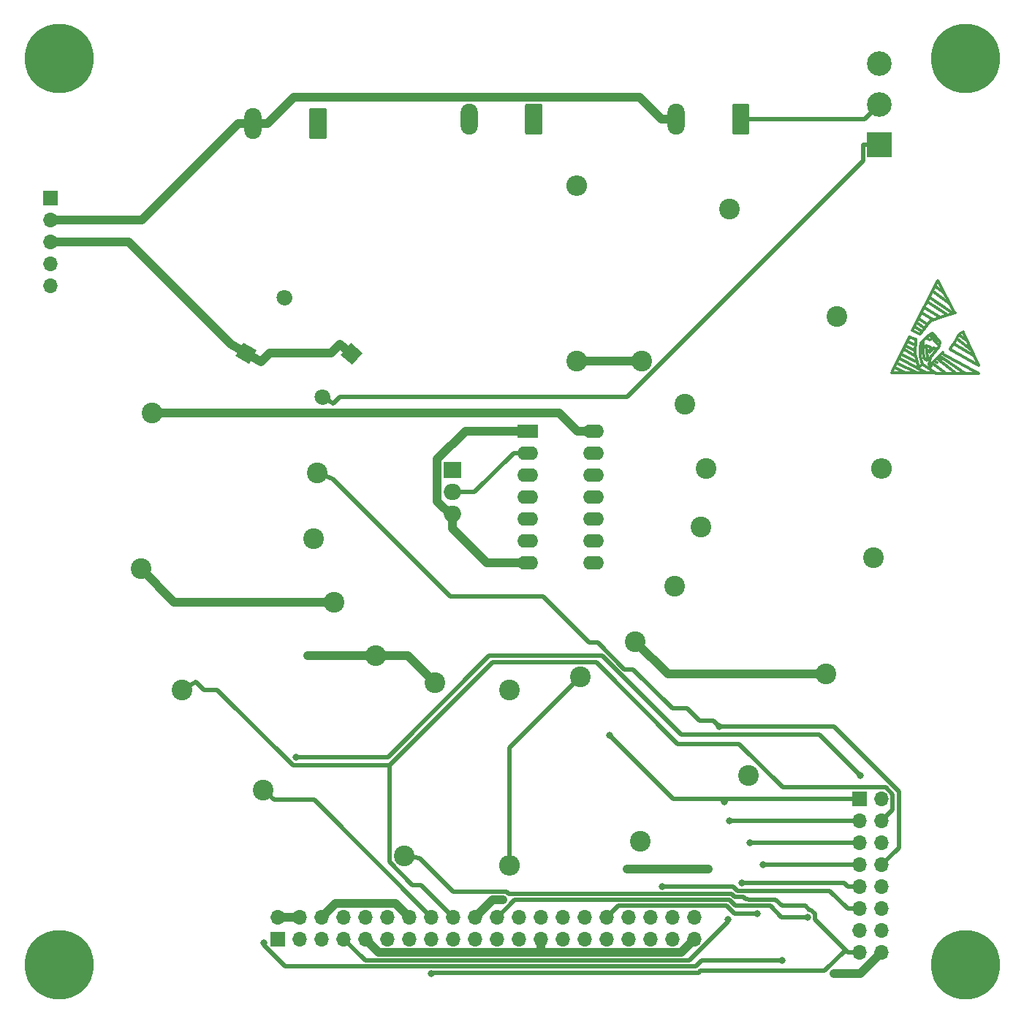
<source format=gbr>
G04 #@! TF.GenerationSoftware,KiCad,Pcbnew,(5.1.4)-1*
G04 #@! TF.CreationDate,2021-03-17T02:00:29-04:00*
G04 #@! TF.ProjectId,RB_switch_pcb,52425f73-7769-4746-9368-5f7063622e6b,rev?*
G04 #@! TF.SameCoordinates,Original*
G04 #@! TF.FileFunction,Copper,L1,Top*
G04 #@! TF.FilePolarity,Positive*
%FSLAX46Y46*%
G04 Gerber Fmt 4.6, Leading zero omitted, Abs format (unit mm)*
G04 Created by KiCad (PCBNEW (5.1.4)-1) date 2021-03-17 02:00:29*
%MOMM*%
%LPD*%
G04 APERTURE LIST*
%ADD10C,0.304800*%
%ADD11C,8.000000*%
%ADD12O,2.000000X3.600000*%
%ADD13C,0.100000*%
%ADD14C,2.000000*%
%ADD15O,1.700000X1.700000*%
%ADD16R,1.700000X1.700000*%
%ADD17O,2.400000X1.600000*%
%ADD18R,2.400000X1.600000*%
%ADD19C,1.800000*%
%ADD20C,1.800000*%
%ADD21R,2.000000X1.905000*%
%ADD22O,2.000000X1.905000*%
%ADD23O,2.400000X2.400000*%
%ADD24C,2.400000*%
%ADD25C,2.400000*%
%ADD26R,2.850000X2.850000*%
%ADD27C,2.850000*%
%ADD28C,0.800000*%
%ADD29C,0.500000*%
%ADD30C,1.000000*%
G04 APERTURE END LIST*
D10*
X169402760Y-81800700D02*
X169732960Y-81668620D01*
X169123360Y-82229960D02*
X169402760Y-81800700D01*
X168793160Y-82768440D02*
X169123360Y-82229960D01*
X168282620Y-83599020D02*
X168793160Y-82768440D01*
X166814500Y-84569300D02*
X167424100Y-84038440D01*
X166303960Y-85079840D02*
X166814500Y-84569300D01*
X165994080Y-85740240D02*
X166303960Y-85079840D01*
X165762940Y-85430360D02*
X165994080Y-85740240D01*
X165922960Y-84650580D02*
X165762940Y-85430360D01*
X166933880Y-83380580D02*
X165922960Y-84650580D01*
X167083740Y-82870040D02*
X166933880Y-83380580D01*
X166222680Y-81780380D02*
X167083740Y-82870040D01*
X165994080Y-81930240D02*
X166222680Y-81780380D01*
X165153340Y-82560160D02*
X165994080Y-81930240D01*
X164904420Y-82890360D02*
X165153340Y-82560160D01*
X164853620Y-82938620D02*
X164904420Y-82890360D01*
X164774880Y-83479640D02*
X164853620Y-82938620D01*
X164774880Y-84538820D02*
X164774880Y-83479640D01*
X165003480Y-85410040D02*
X164774880Y-84538820D01*
X164632640Y-85829140D02*
X165003480Y-85410040D01*
X164134800Y-84160360D02*
X164632640Y-85829140D01*
X164244020Y-82478880D02*
X164134800Y-84160360D01*
X165973760Y-80408780D02*
X164744400Y-81920080D01*
X167873680Y-79740760D02*
X165973760Y-80408780D01*
X168823640Y-79458820D02*
X167873680Y-79740760D01*
X166933880Y-84518500D02*
X167192960Y-84869020D01*
X166702740Y-85229700D02*
X166733220Y-85229700D01*
X166403020Y-85049360D02*
X166702740Y-85229700D01*
X168234360Y-83710780D02*
X168302940Y-83680300D01*
X171584620Y-85529420D02*
X168234360Y-83710780D01*
X169783760Y-81749900D02*
X171584620Y-85529420D01*
X164724080Y-81899760D02*
X164754560Y-81899760D01*
X163863020Y-81470500D02*
X164724080Y-81899760D01*
X166834820Y-75679300D02*
X163863020Y-81470500D01*
X168714420Y-79410560D02*
X166834820Y-75679300D01*
X171533820Y-86448900D02*
X167492680Y-84239100D01*
X161472880Y-86370160D02*
X171533820Y-86448900D01*
X163532820Y-82209640D02*
X161472880Y-86370160D01*
X164162740Y-82489040D02*
X163532820Y-82209640D01*
X166324280Y-83499960D02*
X166552880Y-83629500D01*
X165895020Y-84038440D02*
X166324280Y-83499960D01*
X165922960Y-83428840D02*
X165895020Y-84038440D01*
X165483540Y-83220560D02*
X165922960Y-83428840D01*
X165613080Y-84620100D02*
X165483540Y-83220560D01*
X165514020Y-84929980D02*
X165613080Y-84620100D01*
X165234620Y-84698840D02*
X165514020Y-84929980D01*
X165105080Y-83860640D02*
X165234620Y-84698840D01*
X165105080Y-82918300D02*
X165105080Y-83860640D01*
X166684960Y-82969100D02*
X166862760Y-83200240D01*
X166204900Y-82440780D02*
X166684960Y-82969100D01*
X165844220Y-82560160D02*
X166204900Y-82440780D01*
X165514020Y-82410300D02*
X165844220Y-82560160D01*
X166535100Y-76390500D02*
X167573960Y-77129640D01*
X166273480Y-77000100D02*
X168203880Y-78399640D01*
X165874700Y-77660500D02*
X168483280Y-79410560D01*
X165613080Y-78188820D02*
X167822880Y-79639160D01*
X165265100Y-78828900D02*
X167083740Y-79969360D01*
X166174420Y-80248760D02*
X166204900Y-80248760D01*
X164904420Y-79458820D02*
X166174420Y-80248760D01*
X164574220Y-80098900D02*
X165592760Y-80789780D01*
X165313360Y-81239360D02*
X165313360Y-81219040D01*
X164393880Y-80609440D02*
X165313360Y-81239360D01*
X164114480Y-81089500D02*
X164934900Y-81569560D01*
X169324020Y-82029300D02*
X170164760Y-82659220D01*
X169075100Y-82489040D02*
X170723560Y-83779360D01*
X168744900Y-83098640D02*
X171002960Y-84439760D01*
X163253420Y-82720180D02*
X163995100Y-83118960D01*
X163073080Y-83220560D02*
X164144960Y-83809840D01*
X162874960Y-83710780D02*
X164162740Y-84439760D01*
X164213540Y-85049360D02*
X164244020Y-85049360D01*
X162593020Y-84259420D02*
X164213540Y-85049360D01*
X162283140Y-84719160D02*
X165483540Y-86370160D01*
X162064700Y-85280500D02*
X164444680Y-86418420D01*
X161853880Y-85808820D02*
X162974020Y-86400640D01*
X165084760Y-85430360D02*
X166603680Y-86448900D01*
X167645080Y-86370160D02*
X167673020Y-86370160D01*
X166273480Y-85359240D02*
X167645080Y-86370160D01*
X166862760Y-84899500D02*
X168793160Y-86349840D01*
X169882820Y-86370160D02*
X169903140Y-86370160D01*
X167144700Y-84518500D02*
X169882820Y-86370160D01*
X165973760Y-82128360D02*
X166684960Y-82638900D01*
D11*
X65000000Y-155000000D03*
X170000000Y-155000000D03*
X170000000Y-50000000D03*
X65000000Y-50000000D03*
D12*
X87500000Y-57500000D03*
D13*
G36*
X95774504Y-55701204D02*
G01*
X95798773Y-55704804D01*
X95822571Y-55710765D01*
X95845671Y-55719030D01*
X95867849Y-55729520D01*
X95888893Y-55742133D01*
X95908598Y-55756747D01*
X95926777Y-55773223D01*
X95943253Y-55791402D01*
X95957867Y-55811107D01*
X95970480Y-55832151D01*
X95980970Y-55854329D01*
X95989235Y-55877429D01*
X95995196Y-55901227D01*
X95998796Y-55925496D01*
X96000000Y-55950000D01*
X96000000Y-59050000D01*
X95998796Y-59074504D01*
X95995196Y-59098773D01*
X95989235Y-59122571D01*
X95980970Y-59145671D01*
X95970480Y-59167849D01*
X95957867Y-59188893D01*
X95943253Y-59208598D01*
X95926777Y-59226777D01*
X95908598Y-59243253D01*
X95888893Y-59257867D01*
X95867849Y-59270480D01*
X95845671Y-59280970D01*
X95822571Y-59289235D01*
X95798773Y-59295196D01*
X95774504Y-59298796D01*
X95750000Y-59300000D01*
X94250000Y-59300000D01*
X94225496Y-59298796D01*
X94201227Y-59295196D01*
X94177429Y-59289235D01*
X94154329Y-59280970D01*
X94132151Y-59270480D01*
X94111107Y-59257867D01*
X94091402Y-59243253D01*
X94073223Y-59226777D01*
X94056747Y-59208598D01*
X94042133Y-59188893D01*
X94029520Y-59167849D01*
X94019030Y-59145671D01*
X94010765Y-59122571D01*
X94004804Y-59098773D01*
X94001204Y-59074504D01*
X94000000Y-59050000D01*
X94000000Y-55950000D01*
X94001204Y-55925496D01*
X94004804Y-55901227D01*
X94010765Y-55877429D01*
X94019030Y-55854329D01*
X94029520Y-55832151D01*
X94042133Y-55811107D01*
X94056747Y-55791402D01*
X94073223Y-55773223D01*
X94091402Y-55756747D01*
X94111107Y-55742133D01*
X94132151Y-55729520D01*
X94154329Y-55719030D01*
X94177429Y-55710765D01*
X94201227Y-55704804D01*
X94225496Y-55701204D01*
X94250000Y-55700000D01*
X95750000Y-55700000D01*
X95774504Y-55701204D01*
X95774504Y-55701204D01*
G37*
D14*
X95000000Y-57500000D03*
D15*
X160261000Y-153568000D03*
X157721000Y-153568000D03*
X160261000Y-151028000D03*
X157721000Y-151028000D03*
X160261000Y-148488000D03*
X157721000Y-148488000D03*
X160261000Y-145948000D03*
X157721000Y-145948000D03*
X160261000Y-143408000D03*
X157721000Y-143408000D03*
X160261000Y-140868000D03*
X157721000Y-140868000D03*
X160261000Y-138328000D03*
X157721000Y-138328000D03*
X160261000Y-135788000D03*
D16*
X157721000Y-135788000D03*
D17*
X126949000Y-93129100D03*
X119329000Y-108369100D03*
X126949000Y-95669100D03*
X119329000Y-105829100D03*
X126949000Y-98209100D03*
X119329000Y-103289100D03*
X126949000Y-100749100D03*
X119329000Y-100749100D03*
X126949000Y-103289100D03*
X119329000Y-98209100D03*
X126949000Y-105829100D03*
X119329000Y-95669100D03*
X126949000Y-108369100D03*
D18*
X119329000Y-93129100D03*
D19*
X91124588Y-77682978D03*
D20*
X91124588Y-77682978D02*
X91124588Y-77682978D01*
D19*
X98907600Y-84213700D03*
D13*
G36*
X100175549Y-84102769D02*
G01*
X99018531Y-85481649D01*
X97639651Y-84324631D01*
X98796669Y-82945751D01*
X100175549Y-84102769D01*
X100175549Y-84102769D01*
G37*
D19*
X86677500Y-84112100D03*
D13*
G36*
X85448077Y-84441523D02*
G01*
X86348077Y-82882677D01*
X87906923Y-83782677D01*
X87006923Y-85341523D01*
X85448077Y-84441523D01*
X85448077Y-84441523D01*
G37*
D19*
X95476318Y-89192100D03*
D20*
X95476318Y-89192100D02*
X95476318Y-89192100D01*
D16*
X90360500Y-151968000D03*
D15*
X90360500Y-149428000D03*
X92900500Y-151968000D03*
X92900500Y-149428000D03*
X95440500Y-151968000D03*
X95440500Y-149428000D03*
X97980500Y-151968000D03*
X97980500Y-149428000D03*
X100520500Y-151968000D03*
X100520500Y-149428000D03*
X103060500Y-151968000D03*
X103060500Y-149428000D03*
X105600500Y-151968000D03*
X105600500Y-149428000D03*
X108140500Y-151968000D03*
X108140500Y-149428000D03*
X110680500Y-151968000D03*
X110680500Y-149428000D03*
X113220500Y-151968000D03*
X113220500Y-149428000D03*
X115760500Y-151968000D03*
X115760500Y-149428000D03*
X118300500Y-151968000D03*
X118300500Y-149428000D03*
X120840500Y-151968000D03*
X120840500Y-149428000D03*
X123380500Y-151968000D03*
X123380500Y-149428000D03*
X125920500Y-151968000D03*
X125920500Y-149428000D03*
X128460500Y-151968000D03*
X128460500Y-149428000D03*
X131000500Y-151968000D03*
X131000500Y-149428000D03*
X133540500Y-151968000D03*
X133540500Y-149428000D03*
X136080500Y-151968000D03*
X136080500Y-149428000D03*
X138620500Y-151968000D03*
X138620500Y-149428000D03*
D12*
X112500000Y-57000000D03*
D13*
G36*
X120774504Y-55201204D02*
G01*
X120798773Y-55204804D01*
X120822571Y-55210765D01*
X120845671Y-55219030D01*
X120867849Y-55229520D01*
X120888893Y-55242133D01*
X120908598Y-55256747D01*
X120926777Y-55273223D01*
X120943253Y-55291402D01*
X120957867Y-55311107D01*
X120970480Y-55332151D01*
X120980970Y-55354329D01*
X120989235Y-55377429D01*
X120995196Y-55401227D01*
X120998796Y-55425496D01*
X121000000Y-55450000D01*
X121000000Y-58550000D01*
X120998796Y-58574504D01*
X120995196Y-58598773D01*
X120989235Y-58622571D01*
X120980970Y-58645671D01*
X120970480Y-58667849D01*
X120957867Y-58688893D01*
X120943253Y-58708598D01*
X120926777Y-58726777D01*
X120908598Y-58743253D01*
X120888893Y-58757867D01*
X120867849Y-58770480D01*
X120845671Y-58780970D01*
X120822571Y-58789235D01*
X120798773Y-58795196D01*
X120774504Y-58798796D01*
X120750000Y-58800000D01*
X119250000Y-58800000D01*
X119225496Y-58798796D01*
X119201227Y-58795196D01*
X119177429Y-58789235D01*
X119154329Y-58780970D01*
X119132151Y-58770480D01*
X119111107Y-58757867D01*
X119091402Y-58743253D01*
X119073223Y-58726777D01*
X119056747Y-58708598D01*
X119042133Y-58688893D01*
X119029520Y-58667849D01*
X119019030Y-58645671D01*
X119010765Y-58622571D01*
X119004804Y-58598773D01*
X119001204Y-58574504D01*
X119000000Y-58550000D01*
X119000000Y-55450000D01*
X119001204Y-55425496D01*
X119004804Y-55401227D01*
X119010765Y-55377429D01*
X119019030Y-55354329D01*
X119029520Y-55332151D01*
X119042133Y-55311107D01*
X119056747Y-55291402D01*
X119073223Y-55273223D01*
X119091402Y-55256747D01*
X119111107Y-55242133D01*
X119132151Y-55229520D01*
X119154329Y-55219030D01*
X119177429Y-55210765D01*
X119201227Y-55204804D01*
X119225496Y-55201204D01*
X119250000Y-55200000D01*
X120750000Y-55200000D01*
X120774504Y-55201204D01*
X120774504Y-55201204D01*
G37*
D14*
X120000000Y-57000000D03*
D13*
G36*
X144774504Y-55201204D02*
G01*
X144798773Y-55204804D01*
X144822571Y-55210765D01*
X144845671Y-55219030D01*
X144867849Y-55229520D01*
X144888893Y-55242133D01*
X144908598Y-55256747D01*
X144926777Y-55273223D01*
X144943253Y-55291402D01*
X144957867Y-55311107D01*
X144970480Y-55332151D01*
X144980970Y-55354329D01*
X144989235Y-55377429D01*
X144995196Y-55401227D01*
X144998796Y-55425496D01*
X145000000Y-55450000D01*
X145000000Y-58550000D01*
X144998796Y-58574504D01*
X144995196Y-58598773D01*
X144989235Y-58622571D01*
X144980970Y-58645671D01*
X144970480Y-58667849D01*
X144957867Y-58688893D01*
X144943253Y-58708598D01*
X144926777Y-58726777D01*
X144908598Y-58743253D01*
X144888893Y-58757867D01*
X144867849Y-58770480D01*
X144845671Y-58780970D01*
X144822571Y-58789235D01*
X144798773Y-58795196D01*
X144774504Y-58798796D01*
X144750000Y-58800000D01*
X143250000Y-58800000D01*
X143225496Y-58798796D01*
X143201227Y-58795196D01*
X143177429Y-58789235D01*
X143154329Y-58780970D01*
X143132151Y-58770480D01*
X143111107Y-58757867D01*
X143091402Y-58743253D01*
X143073223Y-58726777D01*
X143056747Y-58708598D01*
X143042133Y-58688893D01*
X143029520Y-58667849D01*
X143019030Y-58645671D01*
X143010765Y-58622571D01*
X143004804Y-58598773D01*
X143001204Y-58574504D01*
X143000000Y-58550000D01*
X143000000Y-55450000D01*
X143001204Y-55425496D01*
X143004804Y-55401227D01*
X143010765Y-55377429D01*
X143019030Y-55354329D01*
X143029520Y-55332151D01*
X143042133Y-55311107D01*
X143056747Y-55291402D01*
X143073223Y-55273223D01*
X143091402Y-55256747D01*
X143111107Y-55242133D01*
X143132151Y-55229520D01*
X143154329Y-55219030D01*
X143177429Y-55210765D01*
X143201227Y-55204804D01*
X143225496Y-55201204D01*
X143250000Y-55200000D01*
X144750000Y-55200000D01*
X144774504Y-55201204D01*
X144774504Y-55201204D01*
G37*
D14*
X144000000Y-57000000D03*
D12*
X136500000Y-57000000D03*
D21*
X110566000Y-97650300D03*
D22*
X110566000Y-100190300D03*
X110566000Y-102730300D03*
D23*
X125000000Y-64680000D03*
D24*
X125000000Y-85000000D03*
X132500000Y-85000000D03*
X142660000Y-67402364D03*
D25*
X142660000Y-67402364D02*
X142660000Y-67402364D01*
D24*
X155097636Y-79840000D03*
D25*
X155097636Y-79840000D02*
X155097636Y-79840000D01*
D24*
X137500000Y-90000000D03*
X140000000Y-97500000D03*
D23*
X160320000Y-97500000D03*
D24*
X159393294Y-107808531D03*
D25*
X159393294Y-107808531D02*
X159393294Y-107808531D01*
D24*
X139382000Y-104280000D03*
X153886000Y-121285000D03*
X136288364Y-111125000D03*
D25*
X136288364Y-111125000D02*
X136288364Y-111125000D01*
D24*
X144836444Y-133079023D03*
D25*
X144836444Y-133079023D02*
X144836444Y-133079023D01*
D24*
X131775000Y-117513000D03*
X125425000Y-121602000D03*
X132374849Y-140696554D03*
D25*
X132374849Y-140696554D02*
X132374849Y-140696554D01*
D23*
X117183000Y-143434000D03*
D24*
X117183000Y-123114000D03*
X108534000Y-122301000D03*
X105005469Y-142312294D03*
D25*
X105005469Y-142312294D02*
X105005469Y-142312294D01*
D24*
X88640556Y-134756023D03*
D25*
X88640556Y-134756023D02*
X88640556Y-134756023D01*
D24*
X101702000Y-119190000D03*
X96875600Y-112954000D03*
X79277964Y-123114000D03*
D25*
X79277964Y-123114000D02*
X79277964Y-123114000D01*
D24*
X74485500Y-109118000D03*
X94496794Y-105589469D03*
D25*
X94496794Y-105589469D02*
X94496794Y-105589469D01*
D24*
X94900854Y-97983449D03*
D25*
X94900854Y-97983449D02*
X94900854Y-97983449D01*
D24*
X75806300Y-91033600D03*
D26*
X160000000Y-60000000D03*
D27*
X160000000Y-55300000D03*
X160000000Y-50600000D03*
D16*
X64020700Y-66192400D03*
D15*
X64020700Y-68732400D03*
X64020700Y-71272400D03*
X64020700Y-73812400D03*
X64020700Y-76352400D03*
D28*
X93824700Y-119190000D03*
X145000400Y-140868000D03*
X145850700Y-149009500D03*
X146544300Y-143408000D03*
X154772600Y-155997600D03*
X115287300Y-54470200D03*
X116454600Y-147449300D03*
X140176300Y-143878900D03*
X130800100Y-143878900D03*
X144102000Y-145526600D03*
X151715100Y-149430000D03*
X141507100Y-127391800D03*
X92499200Y-130897400D03*
X157828000Y-133025100D03*
X108140500Y-156019300D03*
X142481900Y-149699500D03*
X142083600Y-136069100D03*
X128750100Y-128352100D03*
X142660000Y-138328000D03*
X134847600Y-145876600D03*
X88704600Y-152429300D03*
X148752300Y-154468600D03*
D29*
X119329000Y-95669100D02*
X117678700Y-95669100D01*
X117678700Y-95669100D02*
X113157500Y-100190300D01*
X113157500Y-100190300D02*
X110566000Y-100190300D01*
D30*
X86677500Y-84112100D02*
X88434700Y-85126600D01*
X98907600Y-84213700D02*
X97574500Y-83095000D01*
X97574500Y-83095000D02*
X96557400Y-84112100D01*
X96557400Y-84112100D02*
X89449200Y-84112100D01*
X89449200Y-84112100D02*
X88434700Y-85126600D01*
X86677500Y-84112100D02*
X84920300Y-83097600D01*
X84920300Y-83097600D02*
X73095100Y-71272400D01*
X73095100Y-71272400D02*
X64020700Y-71272400D01*
D29*
X160000000Y-60000000D02*
X158124700Y-60000000D01*
X95476300Y-89192100D02*
X96775500Y-89942200D01*
X96775500Y-89942200D02*
X97525600Y-89192100D01*
X97525600Y-89192100D02*
X130807900Y-89192100D01*
X130807900Y-89192100D02*
X158124700Y-61875300D01*
X158124700Y-61875300D02*
X158124700Y-60000000D01*
D30*
X126949000Y-93129100D02*
X125048700Y-93129100D01*
X75806300Y-91033600D02*
X122953200Y-91033600D01*
X122953200Y-91033600D02*
X125048700Y-93129100D01*
X101702000Y-119190000D02*
X93824700Y-119190000D01*
X108534000Y-122301000D02*
X105423000Y-119190000D01*
X105423000Y-119190000D02*
X101702000Y-119190000D01*
X90360500Y-149428000D02*
X92900500Y-149428000D01*
X96875600Y-112954000D02*
X78321500Y-112954000D01*
X78321500Y-112954000D02*
X74485500Y-109118000D01*
X125000000Y-85000000D02*
X132500000Y-85000000D01*
X131775000Y-117513000D02*
X135547000Y-121285000D01*
X135547000Y-121285000D02*
X153886000Y-121285000D01*
D29*
X157721000Y-140868000D02*
X145000400Y-140868000D01*
X145850700Y-149009500D02*
X143237700Y-149009500D01*
X143237700Y-149009500D02*
X142355800Y-148127600D01*
X142355800Y-148127600D02*
X129760900Y-148127600D01*
X129760900Y-148127600D02*
X128460500Y-149428000D01*
X157721000Y-143408000D02*
X146544300Y-143408000D01*
D30*
X160261000Y-153568000D02*
X157831400Y-155997600D01*
X157831400Y-155997600D02*
X154772600Y-155997600D01*
X115287300Y-54470200D02*
X132269900Y-54470200D01*
X132269900Y-54470200D02*
X134799700Y-57000000D01*
X89200300Y-57500000D02*
X92230100Y-54470200D01*
X92230100Y-54470200D02*
X115287300Y-54470200D01*
X110566000Y-103003600D02*
X108830800Y-101268400D01*
X108830800Y-101268400D02*
X108830800Y-96376200D01*
X108830800Y-96376200D02*
X112077900Y-93129100D01*
X112077900Y-93129100D02*
X119329000Y-93129100D01*
X110566000Y-103003600D02*
X110566000Y-104383100D01*
X110566000Y-102730300D02*
X110566000Y-103003600D01*
X116454600Y-147449300D02*
X115199200Y-147449300D01*
X115199200Y-147449300D02*
X113220500Y-149428000D01*
X130800100Y-143878900D02*
X140176300Y-143878900D01*
X95440500Y-149428000D02*
X97021800Y-147846700D01*
X97021800Y-147846700D02*
X104019200Y-147846700D01*
X104019200Y-147846700D02*
X105600500Y-149428000D01*
X120840500Y-153518300D02*
X137070200Y-153518300D01*
X137070200Y-153518300D02*
X138620500Y-151968000D01*
X100520500Y-151968000D02*
X102070800Y-153518300D01*
X102070800Y-153518300D02*
X120840500Y-153518300D01*
X120840500Y-151968000D02*
X120840500Y-153518300D01*
X136500000Y-57000000D02*
X134799700Y-57000000D01*
X87500000Y-57500000D02*
X89200300Y-57500000D01*
X86649900Y-57500000D02*
X87500000Y-57500000D01*
X86649900Y-57500000D02*
X85799700Y-57500000D01*
X119329000Y-108369100D02*
X114552000Y-108369100D01*
X114552000Y-108369100D02*
X110566000Y-104383100D01*
X85799700Y-57500000D02*
X74567300Y-68732400D01*
X74567300Y-68732400D02*
X64020700Y-68732400D01*
D29*
X157721000Y-145948000D02*
X156420700Y-145948000D01*
X156420700Y-145948000D02*
X155999300Y-145526600D01*
X155999300Y-145526600D02*
X144102000Y-145526600D01*
X115760500Y-149428000D02*
X115819900Y-149428000D01*
X115819900Y-149428000D02*
X117820600Y-147427300D01*
X117820600Y-147427300D02*
X142646000Y-147427300D01*
X142646000Y-147427300D02*
X143346300Y-148127600D01*
X143346300Y-148127600D02*
X147390700Y-148127600D01*
X147390700Y-148127600D02*
X148693100Y-149430000D01*
X148693100Y-149430000D02*
X151715100Y-149430000D01*
X103284700Y-131880900D02*
X92122100Y-131880900D01*
X92122100Y-131880900D02*
X83355200Y-123114000D01*
X83355200Y-123114000D02*
X81782600Y-123114000D01*
X81782600Y-123114000D02*
X80865800Y-122197200D01*
X160261000Y-138328000D02*
X161572100Y-137016900D01*
X161572100Y-137016900D02*
X161572100Y-135205900D01*
X161572100Y-135205900D02*
X160752700Y-134386500D01*
X160752700Y-134386500D02*
X148821700Y-134386500D01*
X148821700Y-134386500D02*
X143806200Y-129371000D01*
X143806200Y-129371000D02*
X136700400Y-129371000D01*
X136700400Y-129371000D02*
X127226900Y-119897500D01*
X127226900Y-119897500D02*
X115268100Y-119897500D01*
X115268100Y-119897500D02*
X103284700Y-131880900D01*
X110680500Y-149428000D02*
X106953900Y-145701400D01*
X106953900Y-145701400D02*
X105942600Y-145701400D01*
X105942600Y-145701400D02*
X103284700Y-143043500D01*
X103284700Y-143043500D02*
X103284700Y-131880900D01*
X79278000Y-123114000D02*
X80865800Y-122197200D01*
X141507100Y-127391800D02*
X140806900Y-126691600D01*
X140806900Y-126691600D02*
X139195500Y-126691600D01*
X139195500Y-126691600D02*
X137794900Y-125291000D01*
X137794900Y-125291000D02*
X136063500Y-125291000D01*
X136063500Y-125291000D02*
X131500100Y-120727600D01*
X131500100Y-120727600D02*
X130509600Y-120727600D01*
X130509600Y-120727600D02*
X127403900Y-117621900D01*
X127403900Y-117621900D02*
X126413400Y-117621900D01*
X126413400Y-117621900D02*
X121081600Y-112290100D01*
X121081600Y-112290100D02*
X110342700Y-112290100D01*
X110342700Y-112290100D02*
X96685500Y-98632900D01*
X160261000Y-143408000D02*
X162272400Y-141396600D01*
X162272400Y-141396600D02*
X162272400Y-134915700D01*
X162272400Y-134915700D02*
X154748500Y-127391800D01*
X154748500Y-127391800D02*
X141507100Y-127391800D01*
X94900900Y-97983400D02*
X96685500Y-98632900D01*
X157828000Y-133025100D02*
X153081900Y-128279000D01*
X153081900Y-128279000D02*
X137070500Y-128279000D01*
X137070500Y-128279000D02*
X127981700Y-119190200D01*
X127981700Y-119190200D02*
X114832200Y-119190200D01*
X114832200Y-119190200D02*
X103125000Y-130897400D01*
X103125000Y-130897400D02*
X92499200Y-130897400D01*
X88640600Y-134756000D02*
X89950600Y-135855300D01*
X108140500Y-149428000D02*
X94567800Y-135855300D01*
X94567800Y-135855300D02*
X89950600Y-135855300D01*
X156095800Y-153243000D02*
X152565400Y-149712600D01*
X152565400Y-149712600D02*
X152565400Y-149077700D01*
X152565400Y-149077700D02*
X152067400Y-148579700D01*
X152067400Y-148579700D02*
X151927600Y-148579700D01*
X151927600Y-148579700D02*
X151475600Y-148127700D01*
X151475600Y-148127700D02*
X148731300Y-148127700D01*
X148731300Y-148127700D02*
X148030900Y-147427300D01*
X148030900Y-147427300D02*
X144839400Y-147427300D01*
X144839400Y-147427300D02*
X144747600Y-147335500D01*
X144747600Y-147335500D02*
X144548400Y-147335500D01*
X144548400Y-147335500D02*
X144290200Y-147077300D01*
X144290200Y-147077300D02*
X143286500Y-147077300D01*
X143286500Y-147077300D02*
X142936200Y-146727000D01*
X142936200Y-146727000D02*
X117076400Y-146727000D01*
X117076400Y-146727000D02*
X116848400Y-146499000D01*
X116848400Y-146499000D02*
X110628700Y-146499000D01*
X110628700Y-146499000D02*
X106749500Y-142619800D01*
X106749500Y-142619800D02*
X106749500Y-142619700D01*
X108140500Y-156019300D02*
X108290600Y-155869200D01*
X108290600Y-155869200D02*
X139081800Y-155869200D01*
X139081800Y-155869200D02*
X139298400Y-155652600D01*
X139298400Y-155652600D02*
X153686200Y-155652600D01*
X153686200Y-155652600D02*
X156095800Y-153243000D01*
X156420700Y-153568000D02*
X156095800Y-153243000D01*
X105005500Y-142312300D02*
X106749500Y-142619700D01*
X157721000Y-153568000D02*
X156420700Y-153568000D01*
X142083600Y-135788000D02*
X157721000Y-135788000D01*
X128750100Y-128352100D02*
X136186000Y-135788000D01*
X136186000Y-135788000D02*
X142083600Y-135788000D01*
X142083600Y-135788000D02*
X142083600Y-136069100D01*
X97980500Y-151968000D02*
X100481100Y-154468600D01*
X100481100Y-154468600D02*
X137975900Y-154468600D01*
X137975900Y-154468600D02*
X142481900Y-149962600D01*
X142481900Y-149962600D02*
X142481900Y-149699500D01*
X157721000Y-138328000D02*
X142660000Y-138328000D01*
X156420700Y-148488000D02*
X154309700Y-146377000D01*
X154309700Y-146377000D02*
X143576700Y-146377000D01*
X143576700Y-146377000D02*
X143076300Y-145876600D01*
X143076300Y-145876600D02*
X134847600Y-145876600D01*
X157721000Y-148488000D02*
X156420700Y-148488000D01*
X88704600Y-152429300D02*
X88704600Y-152649000D01*
X88704600Y-152649000D02*
X91224500Y-155168900D01*
X91224500Y-155168900D02*
X138791600Y-155168900D01*
X138791600Y-155168900D02*
X139491900Y-154468600D01*
X139491900Y-154468600D02*
X148752300Y-154468600D01*
X144000000Y-57000000D02*
X158300000Y-57000000D01*
X158300000Y-57000000D02*
X160000000Y-55300000D01*
X117183000Y-143434000D02*
X117183000Y-129844000D01*
X117183000Y-129844000D02*
X125425000Y-121602000D01*
M02*

</source>
